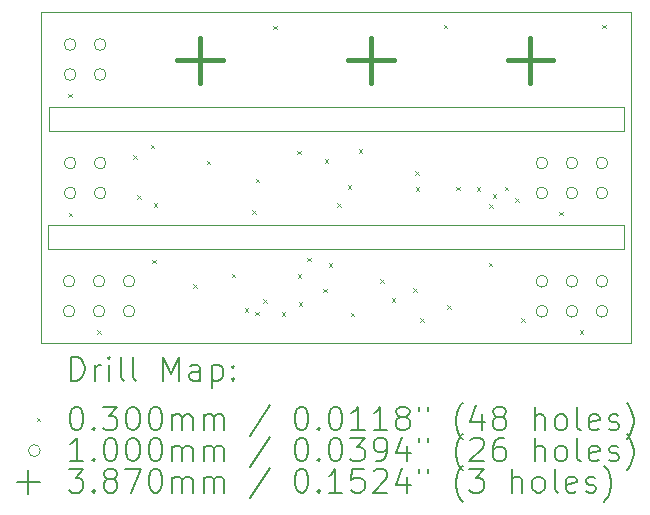
<source format=gbr>
%TF.GenerationSoftware,KiCad,Pcbnew,8.0.6*%
%TF.CreationDate,2024-11-12T19:13:33+01:00*%
%TF.ProjectId,EMG_amplifier,454d475f-616d-4706-9c69-666965722e6b,rev?*%
%TF.SameCoordinates,Original*%
%TF.FileFunction,Drillmap*%
%TF.FilePolarity,Positive*%
%FSLAX45Y45*%
G04 Gerber Fmt 4.5, Leading zero omitted, Abs format (unit mm)*
G04 Created by KiCad (PCBNEW 8.0.6) date 2024-11-12 19:13:33*
%MOMM*%
%LPD*%
G01*
G04 APERTURE LIST*
%ADD10C,0.050000*%
%ADD11C,0.200000*%
%ADD12C,0.100000*%
%ADD13C,0.387000*%
G04 APERTURE END LIST*
D10*
X1200000Y-1200000D02*
X6197140Y-1200000D01*
X6197140Y-4003660D01*
X1200000Y-4003660D01*
X1200000Y-1200000D01*
X1261320Y-3003400D02*
X6139480Y-3003400D01*
X6139480Y-3204060D01*
X1261320Y-3204060D01*
X1261320Y-3003400D01*
X1269620Y-2000100D02*
X6142780Y-2000100D01*
X6142780Y-2200760D01*
X1269620Y-2200760D01*
X1269620Y-2000100D01*
D11*
D12*
X1434880Y-1890000D02*
X1464880Y-1920000D01*
X1464880Y-1890000D02*
X1434880Y-1920000D01*
X1436360Y-2895900D02*
X1466360Y-2925900D01*
X1466360Y-2895900D02*
X1436360Y-2925900D01*
X1678720Y-3892640D02*
X1708720Y-3922640D01*
X1708720Y-3892640D02*
X1678720Y-3922640D01*
X1984540Y-2410220D02*
X2014540Y-2440220D01*
X2014540Y-2410220D02*
X1984540Y-2440220D01*
X2017560Y-2748040D02*
X2047560Y-2778040D01*
X2047560Y-2748040D02*
X2017560Y-2778040D01*
X2134090Y-2319090D02*
X2164090Y-2349090D01*
X2164090Y-2319090D02*
X2134090Y-2349090D01*
X2146920Y-3295080D02*
X2176920Y-3325080D01*
X2176920Y-3295080D02*
X2146920Y-3325080D01*
X2159800Y-2816620D02*
X2189800Y-2846620D01*
X2189800Y-2816620D02*
X2159800Y-2846620D01*
X2492560Y-3503000D02*
X2522560Y-3533000D01*
X2522560Y-3503000D02*
X2492560Y-3533000D01*
X2608360Y-2455000D02*
X2638360Y-2485000D01*
X2638360Y-2455000D02*
X2608360Y-2485000D01*
X2817660Y-3412180D02*
X2847660Y-3442180D01*
X2847660Y-3412180D02*
X2817660Y-3442180D01*
X2928400Y-3707220D02*
X2958400Y-3737220D01*
X2958400Y-3707220D02*
X2928400Y-3737220D01*
X2992920Y-2875040D02*
X3022920Y-2905040D01*
X3022920Y-2875040D02*
X2992920Y-2905040D01*
X3017300Y-3735160D02*
X3047300Y-3765160D01*
X3047300Y-3735160D02*
X3017300Y-3765160D01*
X3019840Y-2609940D02*
X3049840Y-2639940D01*
X3049840Y-2609940D02*
X3019840Y-2639940D01*
X3083340Y-3628480D02*
X3113340Y-3658480D01*
X3113340Y-3628480D02*
X3083340Y-3658480D01*
X3169700Y-1312000D02*
X3199700Y-1342000D01*
X3199700Y-1312000D02*
X3169700Y-1342000D01*
X3240820Y-3741200D02*
X3270820Y-3771200D01*
X3270820Y-3741200D02*
X3240820Y-3771200D01*
X3371210Y-2372000D02*
X3401210Y-2402000D01*
X3401210Y-2372000D02*
X3371210Y-2402000D01*
X3375440Y-3417660D02*
X3405440Y-3447660D01*
X3405440Y-3417660D02*
X3375440Y-3447660D01*
X3385600Y-3653880D02*
X3415600Y-3683880D01*
X3415600Y-3653880D02*
X3385600Y-3683880D01*
X3459260Y-3277560D02*
X3489260Y-3307560D01*
X3489260Y-3277560D02*
X3459260Y-3307560D01*
X3593880Y-3539580D02*
X3623880Y-3569580D01*
X3623880Y-3539580D02*
X3593880Y-3569580D01*
X3605000Y-2445000D02*
X3635000Y-2475000D01*
X3635000Y-2445000D02*
X3605000Y-2475000D01*
X3640536Y-3324000D02*
X3670536Y-3354000D01*
X3670536Y-3324000D02*
X3640536Y-3354000D01*
X3710000Y-2818000D02*
X3740000Y-2848000D01*
X3740000Y-2818000D02*
X3710000Y-2848000D01*
X3800000Y-2665000D02*
X3830000Y-2695000D01*
X3830000Y-2665000D02*
X3800000Y-2695000D01*
X3824000Y-3742780D02*
X3854000Y-3772780D01*
X3854000Y-3742780D02*
X3824000Y-3772780D01*
X3895000Y-2360000D02*
X3925000Y-2390000D01*
X3925000Y-2360000D02*
X3895000Y-2390000D01*
X4075000Y-3459000D02*
X4105000Y-3489000D01*
X4105000Y-3459000D02*
X4075000Y-3489000D01*
X4173442Y-3622442D02*
X4203442Y-3652442D01*
X4203442Y-3622442D02*
X4173442Y-3652442D01*
X4353000Y-3535000D02*
X4383000Y-3565000D01*
X4383000Y-3535000D02*
X4353000Y-3565000D01*
X4373660Y-2543660D02*
X4403660Y-2573660D01*
X4403660Y-2543660D02*
X4373660Y-2573660D01*
X4375217Y-2680100D02*
X4405217Y-2710100D01*
X4405217Y-2680100D02*
X4375217Y-2710100D01*
X4414000Y-3789000D02*
X4444000Y-3819000D01*
X4444000Y-3789000D02*
X4414000Y-3819000D01*
X4611920Y-1305080D02*
X4641920Y-1335080D01*
X4641920Y-1305080D02*
X4611920Y-1335080D01*
X4643000Y-3681000D02*
X4673000Y-3711000D01*
X4673000Y-3681000D02*
X4643000Y-3711000D01*
X4717544Y-2677457D02*
X4747544Y-2707457D01*
X4747544Y-2677457D02*
X4717544Y-2707457D01*
X4894360Y-2678520D02*
X4924360Y-2708520D01*
X4924360Y-2678520D02*
X4894360Y-2708520D01*
X4995000Y-3320000D02*
X5025000Y-3350000D01*
X5025000Y-3320000D02*
X4995000Y-3350000D01*
X4997000Y-2826000D02*
X5027000Y-2856000D01*
X5027000Y-2826000D02*
X4997000Y-2856000D01*
X5026440Y-2739480D02*
X5056440Y-2769480D01*
X5056440Y-2739480D02*
X5026440Y-2769480D01*
X5128040Y-2675980D02*
X5158040Y-2705980D01*
X5158040Y-2675980D02*
X5128040Y-2705980D01*
X5219480Y-2772500D02*
X5249480Y-2802500D01*
X5249480Y-2772500D02*
X5219480Y-2802500D01*
X5269000Y-3789000D02*
X5299000Y-3819000D01*
X5299000Y-3789000D02*
X5269000Y-3819000D01*
X5593000Y-2887000D02*
X5623000Y-2917000D01*
X5623000Y-2887000D02*
X5593000Y-2917000D01*
X5766080Y-3892440D02*
X5796080Y-3922440D01*
X5796080Y-3892440D02*
X5766080Y-3922440D01*
X5956920Y-1305080D02*
X5986920Y-1335080D01*
X5986920Y-1305080D02*
X5956920Y-1335080D01*
X1490740Y-3476480D02*
G75*
G02*
X1390740Y-3476480I-50000J0D01*
G01*
X1390740Y-3476480D02*
G75*
G02*
X1490740Y-3476480I50000J0D01*
G01*
X1490740Y-3730480D02*
G75*
G02*
X1390740Y-3730480I-50000J0D01*
G01*
X1390740Y-3730480D02*
G75*
G02*
X1490740Y-3730480I50000J0D01*
G01*
X1499880Y-1471500D02*
G75*
G02*
X1399880Y-1471500I-50000J0D01*
G01*
X1399880Y-1471500D02*
G75*
G02*
X1499880Y-1471500I50000J0D01*
G01*
X1499880Y-1725500D02*
G75*
G02*
X1399880Y-1725500I-50000J0D01*
G01*
X1399880Y-1725500D02*
G75*
G02*
X1499880Y-1725500I50000J0D01*
G01*
X1499880Y-2475460D02*
G75*
G02*
X1399880Y-2475460I-50000J0D01*
G01*
X1399880Y-2475460D02*
G75*
G02*
X1499880Y-2475460I50000J0D01*
G01*
X1499880Y-2729460D02*
G75*
G02*
X1399880Y-2729460I-50000J0D01*
G01*
X1399880Y-2729460D02*
G75*
G02*
X1499880Y-2729460I50000J0D01*
G01*
X1744740Y-3476480D02*
G75*
G02*
X1644740Y-3476480I-50000J0D01*
G01*
X1644740Y-3476480D02*
G75*
G02*
X1744740Y-3476480I50000J0D01*
G01*
X1744740Y-3730480D02*
G75*
G02*
X1644740Y-3730480I-50000J0D01*
G01*
X1644740Y-3730480D02*
G75*
G02*
X1744740Y-3730480I50000J0D01*
G01*
X1753880Y-1471500D02*
G75*
G02*
X1653880Y-1471500I-50000J0D01*
G01*
X1653880Y-1471500D02*
G75*
G02*
X1753880Y-1471500I50000J0D01*
G01*
X1753880Y-1725500D02*
G75*
G02*
X1653880Y-1725500I-50000J0D01*
G01*
X1653880Y-1725500D02*
G75*
G02*
X1753880Y-1725500I50000J0D01*
G01*
X1753880Y-2475460D02*
G75*
G02*
X1653880Y-2475460I-50000J0D01*
G01*
X1653880Y-2475460D02*
G75*
G02*
X1753880Y-2475460I50000J0D01*
G01*
X1753880Y-2729460D02*
G75*
G02*
X1653880Y-2729460I-50000J0D01*
G01*
X1653880Y-2729460D02*
G75*
G02*
X1753880Y-2729460I50000J0D01*
G01*
X1998740Y-3476480D02*
G75*
G02*
X1898740Y-3476480I-50000J0D01*
G01*
X1898740Y-3476480D02*
G75*
G02*
X1998740Y-3476480I50000J0D01*
G01*
X1998740Y-3730480D02*
G75*
G02*
X1898740Y-3730480I-50000J0D01*
G01*
X1898740Y-3730480D02*
G75*
G02*
X1998740Y-3730480I50000J0D01*
G01*
X5494800Y-2475460D02*
G75*
G02*
X5394800Y-2475460I-50000J0D01*
G01*
X5394800Y-2475460D02*
G75*
G02*
X5494800Y-2475460I50000J0D01*
G01*
X5494800Y-2729460D02*
G75*
G02*
X5394800Y-2729460I-50000J0D01*
G01*
X5394800Y-2729460D02*
G75*
G02*
X5494800Y-2729460I50000J0D01*
G01*
X5494800Y-3476940D02*
G75*
G02*
X5394800Y-3476940I-50000J0D01*
G01*
X5394800Y-3476940D02*
G75*
G02*
X5494800Y-3476940I50000J0D01*
G01*
X5494800Y-3730940D02*
G75*
G02*
X5394800Y-3730940I-50000J0D01*
G01*
X5394800Y-3730940D02*
G75*
G02*
X5494800Y-3730940I50000J0D01*
G01*
X5748800Y-2475460D02*
G75*
G02*
X5648800Y-2475460I-50000J0D01*
G01*
X5648800Y-2475460D02*
G75*
G02*
X5748800Y-2475460I50000J0D01*
G01*
X5748800Y-2729460D02*
G75*
G02*
X5648800Y-2729460I-50000J0D01*
G01*
X5648800Y-2729460D02*
G75*
G02*
X5748800Y-2729460I50000J0D01*
G01*
X5748800Y-3476940D02*
G75*
G02*
X5648800Y-3476940I-50000J0D01*
G01*
X5648800Y-3476940D02*
G75*
G02*
X5748800Y-3476940I50000J0D01*
G01*
X5748800Y-3730940D02*
G75*
G02*
X5648800Y-3730940I-50000J0D01*
G01*
X5648800Y-3730940D02*
G75*
G02*
X5748800Y-3730940I50000J0D01*
G01*
X6002800Y-2475460D02*
G75*
G02*
X5902800Y-2475460I-50000J0D01*
G01*
X5902800Y-2475460D02*
G75*
G02*
X6002800Y-2475460I50000J0D01*
G01*
X6002800Y-2729460D02*
G75*
G02*
X5902800Y-2729460I-50000J0D01*
G01*
X5902800Y-2729460D02*
G75*
G02*
X6002800Y-2729460I50000J0D01*
G01*
X6002800Y-3476940D02*
G75*
G02*
X5902800Y-3476940I-50000J0D01*
G01*
X5902800Y-3476940D02*
G75*
G02*
X6002800Y-3476940I50000J0D01*
G01*
X6002800Y-3730940D02*
G75*
G02*
X5902800Y-3730940I-50000J0D01*
G01*
X5902800Y-3730940D02*
G75*
G02*
X6002800Y-3730940I50000J0D01*
G01*
D13*
X2546920Y-1413220D02*
X2546920Y-1800220D01*
X2353420Y-1606720D02*
X2740420Y-1606720D01*
X4000040Y-1413220D02*
X4000040Y-1800220D01*
X3806540Y-1606720D02*
X4193540Y-1606720D01*
X5346920Y-1413220D02*
X5346920Y-1800220D01*
X5153420Y-1606720D02*
X5540420Y-1606720D01*
D11*
X1458277Y-4317644D02*
X1458277Y-4117644D01*
X1458277Y-4117644D02*
X1505896Y-4117644D01*
X1505896Y-4117644D02*
X1534467Y-4127168D01*
X1534467Y-4127168D02*
X1553515Y-4146215D01*
X1553515Y-4146215D02*
X1563039Y-4165263D01*
X1563039Y-4165263D02*
X1572562Y-4203358D01*
X1572562Y-4203358D02*
X1572562Y-4231930D01*
X1572562Y-4231930D02*
X1563039Y-4270025D01*
X1563039Y-4270025D02*
X1553515Y-4289072D01*
X1553515Y-4289072D02*
X1534467Y-4308120D01*
X1534467Y-4308120D02*
X1505896Y-4317644D01*
X1505896Y-4317644D02*
X1458277Y-4317644D01*
X1658277Y-4317644D02*
X1658277Y-4184310D01*
X1658277Y-4222406D02*
X1667801Y-4203358D01*
X1667801Y-4203358D02*
X1677324Y-4193834D01*
X1677324Y-4193834D02*
X1696372Y-4184310D01*
X1696372Y-4184310D02*
X1715420Y-4184310D01*
X1782086Y-4317644D02*
X1782086Y-4184310D01*
X1782086Y-4117644D02*
X1772562Y-4127168D01*
X1772562Y-4127168D02*
X1782086Y-4136691D01*
X1782086Y-4136691D02*
X1791610Y-4127168D01*
X1791610Y-4127168D02*
X1782086Y-4117644D01*
X1782086Y-4117644D02*
X1782086Y-4136691D01*
X1905896Y-4317644D02*
X1886848Y-4308120D01*
X1886848Y-4308120D02*
X1877324Y-4289072D01*
X1877324Y-4289072D02*
X1877324Y-4117644D01*
X2010658Y-4317644D02*
X1991610Y-4308120D01*
X1991610Y-4308120D02*
X1982086Y-4289072D01*
X1982086Y-4289072D02*
X1982086Y-4117644D01*
X2239229Y-4317644D02*
X2239229Y-4117644D01*
X2239229Y-4117644D02*
X2305896Y-4260501D01*
X2305896Y-4260501D02*
X2372563Y-4117644D01*
X2372563Y-4117644D02*
X2372563Y-4317644D01*
X2553515Y-4317644D02*
X2553515Y-4212882D01*
X2553515Y-4212882D02*
X2543991Y-4193834D01*
X2543991Y-4193834D02*
X2524944Y-4184310D01*
X2524944Y-4184310D02*
X2486848Y-4184310D01*
X2486848Y-4184310D02*
X2467801Y-4193834D01*
X2553515Y-4308120D02*
X2534467Y-4317644D01*
X2534467Y-4317644D02*
X2486848Y-4317644D01*
X2486848Y-4317644D02*
X2467801Y-4308120D01*
X2467801Y-4308120D02*
X2458277Y-4289072D01*
X2458277Y-4289072D02*
X2458277Y-4270025D01*
X2458277Y-4270025D02*
X2467801Y-4250977D01*
X2467801Y-4250977D02*
X2486848Y-4241453D01*
X2486848Y-4241453D02*
X2534467Y-4241453D01*
X2534467Y-4241453D02*
X2553515Y-4231930D01*
X2648753Y-4184310D02*
X2648753Y-4384310D01*
X2648753Y-4193834D02*
X2667801Y-4184310D01*
X2667801Y-4184310D02*
X2705896Y-4184310D01*
X2705896Y-4184310D02*
X2724944Y-4193834D01*
X2724944Y-4193834D02*
X2734467Y-4203358D01*
X2734467Y-4203358D02*
X2743991Y-4222406D01*
X2743991Y-4222406D02*
X2743991Y-4279549D01*
X2743991Y-4279549D02*
X2734467Y-4298596D01*
X2734467Y-4298596D02*
X2724944Y-4308120D01*
X2724944Y-4308120D02*
X2705896Y-4317644D01*
X2705896Y-4317644D02*
X2667801Y-4317644D01*
X2667801Y-4317644D02*
X2648753Y-4308120D01*
X2829705Y-4298596D02*
X2839229Y-4308120D01*
X2839229Y-4308120D02*
X2829705Y-4317644D01*
X2829705Y-4317644D02*
X2820182Y-4308120D01*
X2820182Y-4308120D02*
X2829705Y-4298596D01*
X2829705Y-4298596D02*
X2829705Y-4317644D01*
X2829705Y-4193834D02*
X2839229Y-4203358D01*
X2839229Y-4203358D02*
X2829705Y-4212882D01*
X2829705Y-4212882D02*
X2820182Y-4203358D01*
X2820182Y-4203358D02*
X2829705Y-4193834D01*
X2829705Y-4193834D02*
X2829705Y-4212882D01*
D12*
X1167500Y-4631160D02*
X1197500Y-4661160D01*
X1197500Y-4631160D02*
X1167500Y-4661160D01*
D11*
X1496372Y-4537644D02*
X1515420Y-4537644D01*
X1515420Y-4537644D02*
X1534467Y-4547168D01*
X1534467Y-4547168D02*
X1543991Y-4556691D01*
X1543991Y-4556691D02*
X1553515Y-4575739D01*
X1553515Y-4575739D02*
X1563039Y-4613834D01*
X1563039Y-4613834D02*
X1563039Y-4661453D01*
X1563039Y-4661453D02*
X1553515Y-4699549D01*
X1553515Y-4699549D02*
X1543991Y-4718596D01*
X1543991Y-4718596D02*
X1534467Y-4728120D01*
X1534467Y-4728120D02*
X1515420Y-4737644D01*
X1515420Y-4737644D02*
X1496372Y-4737644D01*
X1496372Y-4737644D02*
X1477324Y-4728120D01*
X1477324Y-4728120D02*
X1467801Y-4718596D01*
X1467801Y-4718596D02*
X1458277Y-4699549D01*
X1458277Y-4699549D02*
X1448753Y-4661453D01*
X1448753Y-4661453D02*
X1448753Y-4613834D01*
X1448753Y-4613834D02*
X1458277Y-4575739D01*
X1458277Y-4575739D02*
X1467801Y-4556691D01*
X1467801Y-4556691D02*
X1477324Y-4547168D01*
X1477324Y-4547168D02*
X1496372Y-4537644D01*
X1648753Y-4718596D02*
X1658277Y-4728120D01*
X1658277Y-4728120D02*
X1648753Y-4737644D01*
X1648753Y-4737644D02*
X1639229Y-4728120D01*
X1639229Y-4728120D02*
X1648753Y-4718596D01*
X1648753Y-4718596D02*
X1648753Y-4737644D01*
X1724943Y-4537644D02*
X1848753Y-4537644D01*
X1848753Y-4537644D02*
X1782086Y-4613834D01*
X1782086Y-4613834D02*
X1810658Y-4613834D01*
X1810658Y-4613834D02*
X1829705Y-4623358D01*
X1829705Y-4623358D02*
X1839229Y-4632882D01*
X1839229Y-4632882D02*
X1848753Y-4651930D01*
X1848753Y-4651930D02*
X1848753Y-4699549D01*
X1848753Y-4699549D02*
X1839229Y-4718596D01*
X1839229Y-4718596D02*
X1829705Y-4728120D01*
X1829705Y-4728120D02*
X1810658Y-4737644D01*
X1810658Y-4737644D02*
X1753515Y-4737644D01*
X1753515Y-4737644D02*
X1734467Y-4728120D01*
X1734467Y-4728120D02*
X1724943Y-4718596D01*
X1972562Y-4537644D02*
X1991610Y-4537644D01*
X1991610Y-4537644D02*
X2010658Y-4547168D01*
X2010658Y-4547168D02*
X2020182Y-4556691D01*
X2020182Y-4556691D02*
X2029705Y-4575739D01*
X2029705Y-4575739D02*
X2039229Y-4613834D01*
X2039229Y-4613834D02*
X2039229Y-4661453D01*
X2039229Y-4661453D02*
X2029705Y-4699549D01*
X2029705Y-4699549D02*
X2020182Y-4718596D01*
X2020182Y-4718596D02*
X2010658Y-4728120D01*
X2010658Y-4728120D02*
X1991610Y-4737644D01*
X1991610Y-4737644D02*
X1972562Y-4737644D01*
X1972562Y-4737644D02*
X1953515Y-4728120D01*
X1953515Y-4728120D02*
X1943991Y-4718596D01*
X1943991Y-4718596D02*
X1934467Y-4699549D01*
X1934467Y-4699549D02*
X1924943Y-4661453D01*
X1924943Y-4661453D02*
X1924943Y-4613834D01*
X1924943Y-4613834D02*
X1934467Y-4575739D01*
X1934467Y-4575739D02*
X1943991Y-4556691D01*
X1943991Y-4556691D02*
X1953515Y-4547168D01*
X1953515Y-4547168D02*
X1972562Y-4537644D01*
X2163039Y-4537644D02*
X2182086Y-4537644D01*
X2182086Y-4537644D02*
X2201134Y-4547168D01*
X2201134Y-4547168D02*
X2210658Y-4556691D01*
X2210658Y-4556691D02*
X2220182Y-4575739D01*
X2220182Y-4575739D02*
X2229705Y-4613834D01*
X2229705Y-4613834D02*
X2229705Y-4661453D01*
X2229705Y-4661453D02*
X2220182Y-4699549D01*
X2220182Y-4699549D02*
X2210658Y-4718596D01*
X2210658Y-4718596D02*
X2201134Y-4728120D01*
X2201134Y-4728120D02*
X2182086Y-4737644D01*
X2182086Y-4737644D02*
X2163039Y-4737644D01*
X2163039Y-4737644D02*
X2143991Y-4728120D01*
X2143991Y-4728120D02*
X2134467Y-4718596D01*
X2134467Y-4718596D02*
X2124944Y-4699549D01*
X2124944Y-4699549D02*
X2115420Y-4661453D01*
X2115420Y-4661453D02*
X2115420Y-4613834D01*
X2115420Y-4613834D02*
X2124944Y-4575739D01*
X2124944Y-4575739D02*
X2134467Y-4556691D01*
X2134467Y-4556691D02*
X2143991Y-4547168D01*
X2143991Y-4547168D02*
X2163039Y-4537644D01*
X2315420Y-4737644D02*
X2315420Y-4604310D01*
X2315420Y-4623358D02*
X2324944Y-4613834D01*
X2324944Y-4613834D02*
X2343991Y-4604310D01*
X2343991Y-4604310D02*
X2372563Y-4604310D01*
X2372563Y-4604310D02*
X2391610Y-4613834D01*
X2391610Y-4613834D02*
X2401134Y-4632882D01*
X2401134Y-4632882D02*
X2401134Y-4737644D01*
X2401134Y-4632882D02*
X2410658Y-4613834D01*
X2410658Y-4613834D02*
X2429705Y-4604310D01*
X2429705Y-4604310D02*
X2458277Y-4604310D01*
X2458277Y-4604310D02*
X2477325Y-4613834D01*
X2477325Y-4613834D02*
X2486848Y-4632882D01*
X2486848Y-4632882D02*
X2486848Y-4737644D01*
X2582086Y-4737644D02*
X2582086Y-4604310D01*
X2582086Y-4623358D02*
X2591610Y-4613834D01*
X2591610Y-4613834D02*
X2610658Y-4604310D01*
X2610658Y-4604310D02*
X2639229Y-4604310D01*
X2639229Y-4604310D02*
X2658277Y-4613834D01*
X2658277Y-4613834D02*
X2667801Y-4632882D01*
X2667801Y-4632882D02*
X2667801Y-4737644D01*
X2667801Y-4632882D02*
X2677325Y-4613834D01*
X2677325Y-4613834D02*
X2696372Y-4604310D01*
X2696372Y-4604310D02*
X2724944Y-4604310D01*
X2724944Y-4604310D02*
X2743991Y-4613834D01*
X2743991Y-4613834D02*
X2753515Y-4632882D01*
X2753515Y-4632882D02*
X2753515Y-4737644D01*
X3143991Y-4528120D02*
X2972563Y-4785263D01*
X3401134Y-4537644D02*
X3420182Y-4537644D01*
X3420182Y-4537644D02*
X3439229Y-4547168D01*
X3439229Y-4547168D02*
X3448753Y-4556691D01*
X3448753Y-4556691D02*
X3458277Y-4575739D01*
X3458277Y-4575739D02*
X3467801Y-4613834D01*
X3467801Y-4613834D02*
X3467801Y-4661453D01*
X3467801Y-4661453D02*
X3458277Y-4699549D01*
X3458277Y-4699549D02*
X3448753Y-4718596D01*
X3448753Y-4718596D02*
X3439229Y-4728120D01*
X3439229Y-4728120D02*
X3420182Y-4737644D01*
X3420182Y-4737644D02*
X3401134Y-4737644D01*
X3401134Y-4737644D02*
X3382086Y-4728120D01*
X3382086Y-4728120D02*
X3372563Y-4718596D01*
X3372563Y-4718596D02*
X3363039Y-4699549D01*
X3363039Y-4699549D02*
X3353515Y-4661453D01*
X3353515Y-4661453D02*
X3353515Y-4613834D01*
X3353515Y-4613834D02*
X3363039Y-4575739D01*
X3363039Y-4575739D02*
X3372563Y-4556691D01*
X3372563Y-4556691D02*
X3382086Y-4547168D01*
X3382086Y-4547168D02*
X3401134Y-4537644D01*
X3553515Y-4718596D02*
X3563039Y-4728120D01*
X3563039Y-4728120D02*
X3553515Y-4737644D01*
X3553515Y-4737644D02*
X3543991Y-4728120D01*
X3543991Y-4728120D02*
X3553515Y-4718596D01*
X3553515Y-4718596D02*
X3553515Y-4737644D01*
X3686848Y-4537644D02*
X3705896Y-4537644D01*
X3705896Y-4537644D02*
X3724944Y-4547168D01*
X3724944Y-4547168D02*
X3734467Y-4556691D01*
X3734467Y-4556691D02*
X3743991Y-4575739D01*
X3743991Y-4575739D02*
X3753515Y-4613834D01*
X3753515Y-4613834D02*
X3753515Y-4661453D01*
X3753515Y-4661453D02*
X3743991Y-4699549D01*
X3743991Y-4699549D02*
X3734467Y-4718596D01*
X3734467Y-4718596D02*
X3724944Y-4728120D01*
X3724944Y-4728120D02*
X3705896Y-4737644D01*
X3705896Y-4737644D02*
X3686848Y-4737644D01*
X3686848Y-4737644D02*
X3667801Y-4728120D01*
X3667801Y-4728120D02*
X3658277Y-4718596D01*
X3658277Y-4718596D02*
X3648753Y-4699549D01*
X3648753Y-4699549D02*
X3639229Y-4661453D01*
X3639229Y-4661453D02*
X3639229Y-4613834D01*
X3639229Y-4613834D02*
X3648753Y-4575739D01*
X3648753Y-4575739D02*
X3658277Y-4556691D01*
X3658277Y-4556691D02*
X3667801Y-4547168D01*
X3667801Y-4547168D02*
X3686848Y-4537644D01*
X3943991Y-4737644D02*
X3829706Y-4737644D01*
X3886848Y-4737644D02*
X3886848Y-4537644D01*
X3886848Y-4537644D02*
X3867801Y-4566215D01*
X3867801Y-4566215D02*
X3848753Y-4585263D01*
X3848753Y-4585263D02*
X3829706Y-4594787D01*
X4134467Y-4737644D02*
X4020182Y-4737644D01*
X4077325Y-4737644D02*
X4077325Y-4537644D01*
X4077325Y-4537644D02*
X4058277Y-4566215D01*
X4058277Y-4566215D02*
X4039229Y-4585263D01*
X4039229Y-4585263D02*
X4020182Y-4594787D01*
X4248753Y-4623358D02*
X4229706Y-4613834D01*
X4229706Y-4613834D02*
X4220182Y-4604310D01*
X4220182Y-4604310D02*
X4210658Y-4585263D01*
X4210658Y-4585263D02*
X4210658Y-4575739D01*
X4210658Y-4575739D02*
X4220182Y-4556691D01*
X4220182Y-4556691D02*
X4229706Y-4547168D01*
X4229706Y-4547168D02*
X4248753Y-4537644D01*
X4248753Y-4537644D02*
X4286849Y-4537644D01*
X4286849Y-4537644D02*
X4305896Y-4547168D01*
X4305896Y-4547168D02*
X4315420Y-4556691D01*
X4315420Y-4556691D02*
X4324944Y-4575739D01*
X4324944Y-4575739D02*
X4324944Y-4585263D01*
X4324944Y-4585263D02*
X4315420Y-4604310D01*
X4315420Y-4604310D02*
X4305896Y-4613834D01*
X4305896Y-4613834D02*
X4286849Y-4623358D01*
X4286849Y-4623358D02*
X4248753Y-4623358D01*
X4248753Y-4623358D02*
X4229706Y-4632882D01*
X4229706Y-4632882D02*
X4220182Y-4642406D01*
X4220182Y-4642406D02*
X4210658Y-4661453D01*
X4210658Y-4661453D02*
X4210658Y-4699549D01*
X4210658Y-4699549D02*
X4220182Y-4718596D01*
X4220182Y-4718596D02*
X4229706Y-4728120D01*
X4229706Y-4728120D02*
X4248753Y-4737644D01*
X4248753Y-4737644D02*
X4286849Y-4737644D01*
X4286849Y-4737644D02*
X4305896Y-4728120D01*
X4305896Y-4728120D02*
X4315420Y-4718596D01*
X4315420Y-4718596D02*
X4324944Y-4699549D01*
X4324944Y-4699549D02*
X4324944Y-4661453D01*
X4324944Y-4661453D02*
X4315420Y-4642406D01*
X4315420Y-4642406D02*
X4305896Y-4632882D01*
X4305896Y-4632882D02*
X4286849Y-4623358D01*
X4401134Y-4537644D02*
X4401134Y-4575739D01*
X4477325Y-4537644D02*
X4477325Y-4575739D01*
X4772563Y-4813834D02*
X4763039Y-4804310D01*
X4763039Y-4804310D02*
X4743991Y-4775739D01*
X4743991Y-4775739D02*
X4734468Y-4756691D01*
X4734468Y-4756691D02*
X4724944Y-4728120D01*
X4724944Y-4728120D02*
X4715420Y-4680501D01*
X4715420Y-4680501D02*
X4715420Y-4642406D01*
X4715420Y-4642406D02*
X4724944Y-4594787D01*
X4724944Y-4594787D02*
X4734468Y-4566215D01*
X4734468Y-4566215D02*
X4743991Y-4547168D01*
X4743991Y-4547168D02*
X4763039Y-4518596D01*
X4763039Y-4518596D02*
X4772563Y-4509072D01*
X4934468Y-4604310D02*
X4934468Y-4737644D01*
X4886849Y-4528120D02*
X4839230Y-4670977D01*
X4839230Y-4670977D02*
X4963039Y-4670977D01*
X5067801Y-4623358D02*
X5048753Y-4613834D01*
X5048753Y-4613834D02*
X5039230Y-4604310D01*
X5039230Y-4604310D02*
X5029706Y-4585263D01*
X5029706Y-4585263D02*
X5029706Y-4575739D01*
X5029706Y-4575739D02*
X5039230Y-4556691D01*
X5039230Y-4556691D02*
X5048753Y-4547168D01*
X5048753Y-4547168D02*
X5067801Y-4537644D01*
X5067801Y-4537644D02*
X5105896Y-4537644D01*
X5105896Y-4537644D02*
X5124944Y-4547168D01*
X5124944Y-4547168D02*
X5134468Y-4556691D01*
X5134468Y-4556691D02*
X5143991Y-4575739D01*
X5143991Y-4575739D02*
X5143991Y-4585263D01*
X5143991Y-4585263D02*
X5134468Y-4604310D01*
X5134468Y-4604310D02*
X5124944Y-4613834D01*
X5124944Y-4613834D02*
X5105896Y-4623358D01*
X5105896Y-4623358D02*
X5067801Y-4623358D01*
X5067801Y-4623358D02*
X5048753Y-4632882D01*
X5048753Y-4632882D02*
X5039230Y-4642406D01*
X5039230Y-4642406D02*
X5029706Y-4661453D01*
X5029706Y-4661453D02*
X5029706Y-4699549D01*
X5029706Y-4699549D02*
X5039230Y-4718596D01*
X5039230Y-4718596D02*
X5048753Y-4728120D01*
X5048753Y-4728120D02*
X5067801Y-4737644D01*
X5067801Y-4737644D02*
X5105896Y-4737644D01*
X5105896Y-4737644D02*
X5124944Y-4728120D01*
X5124944Y-4728120D02*
X5134468Y-4718596D01*
X5134468Y-4718596D02*
X5143991Y-4699549D01*
X5143991Y-4699549D02*
X5143991Y-4661453D01*
X5143991Y-4661453D02*
X5134468Y-4642406D01*
X5134468Y-4642406D02*
X5124944Y-4632882D01*
X5124944Y-4632882D02*
X5105896Y-4623358D01*
X5382087Y-4737644D02*
X5382087Y-4537644D01*
X5467801Y-4737644D02*
X5467801Y-4632882D01*
X5467801Y-4632882D02*
X5458277Y-4613834D01*
X5458277Y-4613834D02*
X5439230Y-4604310D01*
X5439230Y-4604310D02*
X5410658Y-4604310D01*
X5410658Y-4604310D02*
X5391611Y-4613834D01*
X5391611Y-4613834D02*
X5382087Y-4623358D01*
X5591611Y-4737644D02*
X5572563Y-4728120D01*
X5572563Y-4728120D02*
X5563039Y-4718596D01*
X5563039Y-4718596D02*
X5553515Y-4699549D01*
X5553515Y-4699549D02*
X5553515Y-4642406D01*
X5553515Y-4642406D02*
X5563039Y-4623358D01*
X5563039Y-4623358D02*
X5572563Y-4613834D01*
X5572563Y-4613834D02*
X5591611Y-4604310D01*
X5591611Y-4604310D02*
X5620182Y-4604310D01*
X5620182Y-4604310D02*
X5639230Y-4613834D01*
X5639230Y-4613834D02*
X5648753Y-4623358D01*
X5648753Y-4623358D02*
X5658277Y-4642406D01*
X5658277Y-4642406D02*
X5658277Y-4699549D01*
X5658277Y-4699549D02*
X5648753Y-4718596D01*
X5648753Y-4718596D02*
X5639230Y-4728120D01*
X5639230Y-4728120D02*
X5620182Y-4737644D01*
X5620182Y-4737644D02*
X5591611Y-4737644D01*
X5772563Y-4737644D02*
X5753515Y-4728120D01*
X5753515Y-4728120D02*
X5743991Y-4709072D01*
X5743991Y-4709072D02*
X5743991Y-4537644D01*
X5924944Y-4728120D02*
X5905896Y-4737644D01*
X5905896Y-4737644D02*
X5867801Y-4737644D01*
X5867801Y-4737644D02*
X5848753Y-4728120D01*
X5848753Y-4728120D02*
X5839230Y-4709072D01*
X5839230Y-4709072D02*
X5839230Y-4632882D01*
X5839230Y-4632882D02*
X5848753Y-4613834D01*
X5848753Y-4613834D02*
X5867801Y-4604310D01*
X5867801Y-4604310D02*
X5905896Y-4604310D01*
X5905896Y-4604310D02*
X5924944Y-4613834D01*
X5924944Y-4613834D02*
X5934468Y-4632882D01*
X5934468Y-4632882D02*
X5934468Y-4651930D01*
X5934468Y-4651930D02*
X5839230Y-4670977D01*
X6010658Y-4728120D02*
X6029706Y-4737644D01*
X6029706Y-4737644D02*
X6067801Y-4737644D01*
X6067801Y-4737644D02*
X6086849Y-4728120D01*
X6086849Y-4728120D02*
X6096372Y-4709072D01*
X6096372Y-4709072D02*
X6096372Y-4699549D01*
X6096372Y-4699549D02*
X6086849Y-4680501D01*
X6086849Y-4680501D02*
X6067801Y-4670977D01*
X6067801Y-4670977D02*
X6039230Y-4670977D01*
X6039230Y-4670977D02*
X6020182Y-4661453D01*
X6020182Y-4661453D02*
X6010658Y-4642406D01*
X6010658Y-4642406D02*
X6010658Y-4632882D01*
X6010658Y-4632882D02*
X6020182Y-4613834D01*
X6020182Y-4613834D02*
X6039230Y-4604310D01*
X6039230Y-4604310D02*
X6067801Y-4604310D01*
X6067801Y-4604310D02*
X6086849Y-4613834D01*
X6163039Y-4813834D02*
X6172563Y-4804310D01*
X6172563Y-4804310D02*
X6191611Y-4775739D01*
X6191611Y-4775739D02*
X6201134Y-4756691D01*
X6201134Y-4756691D02*
X6210658Y-4728120D01*
X6210658Y-4728120D02*
X6220182Y-4680501D01*
X6220182Y-4680501D02*
X6220182Y-4642406D01*
X6220182Y-4642406D02*
X6210658Y-4594787D01*
X6210658Y-4594787D02*
X6201134Y-4566215D01*
X6201134Y-4566215D02*
X6191611Y-4547168D01*
X6191611Y-4547168D02*
X6172563Y-4518596D01*
X6172563Y-4518596D02*
X6163039Y-4509072D01*
D12*
X1197500Y-4910160D02*
G75*
G02*
X1097500Y-4910160I-50000J0D01*
G01*
X1097500Y-4910160D02*
G75*
G02*
X1197500Y-4910160I50000J0D01*
G01*
D11*
X1563039Y-5001644D02*
X1448753Y-5001644D01*
X1505896Y-5001644D02*
X1505896Y-4801644D01*
X1505896Y-4801644D02*
X1486848Y-4830215D01*
X1486848Y-4830215D02*
X1467801Y-4849263D01*
X1467801Y-4849263D02*
X1448753Y-4858787D01*
X1648753Y-4982596D02*
X1658277Y-4992120D01*
X1658277Y-4992120D02*
X1648753Y-5001644D01*
X1648753Y-5001644D02*
X1639229Y-4992120D01*
X1639229Y-4992120D02*
X1648753Y-4982596D01*
X1648753Y-4982596D02*
X1648753Y-5001644D01*
X1782086Y-4801644D02*
X1801134Y-4801644D01*
X1801134Y-4801644D02*
X1820182Y-4811168D01*
X1820182Y-4811168D02*
X1829705Y-4820691D01*
X1829705Y-4820691D02*
X1839229Y-4839739D01*
X1839229Y-4839739D02*
X1848753Y-4877834D01*
X1848753Y-4877834D02*
X1848753Y-4925453D01*
X1848753Y-4925453D02*
X1839229Y-4963549D01*
X1839229Y-4963549D02*
X1829705Y-4982596D01*
X1829705Y-4982596D02*
X1820182Y-4992120D01*
X1820182Y-4992120D02*
X1801134Y-5001644D01*
X1801134Y-5001644D02*
X1782086Y-5001644D01*
X1782086Y-5001644D02*
X1763039Y-4992120D01*
X1763039Y-4992120D02*
X1753515Y-4982596D01*
X1753515Y-4982596D02*
X1743991Y-4963549D01*
X1743991Y-4963549D02*
X1734467Y-4925453D01*
X1734467Y-4925453D02*
X1734467Y-4877834D01*
X1734467Y-4877834D02*
X1743991Y-4839739D01*
X1743991Y-4839739D02*
X1753515Y-4820691D01*
X1753515Y-4820691D02*
X1763039Y-4811168D01*
X1763039Y-4811168D02*
X1782086Y-4801644D01*
X1972562Y-4801644D02*
X1991610Y-4801644D01*
X1991610Y-4801644D02*
X2010658Y-4811168D01*
X2010658Y-4811168D02*
X2020182Y-4820691D01*
X2020182Y-4820691D02*
X2029705Y-4839739D01*
X2029705Y-4839739D02*
X2039229Y-4877834D01*
X2039229Y-4877834D02*
X2039229Y-4925453D01*
X2039229Y-4925453D02*
X2029705Y-4963549D01*
X2029705Y-4963549D02*
X2020182Y-4982596D01*
X2020182Y-4982596D02*
X2010658Y-4992120D01*
X2010658Y-4992120D02*
X1991610Y-5001644D01*
X1991610Y-5001644D02*
X1972562Y-5001644D01*
X1972562Y-5001644D02*
X1953515Y-4992120D01*
X1953515Y-4992120D02*
X1943991Y-4982596D01*
X1943991Y-4982596D02*
X1934467Y-4963549D01*
X1934467Y-4963549D02*
X1924943Y-4925453D01*
X1924943Y-4925453D02*
X1924943Y-4877834D01*
X1924943Y-4877834D02*
X1934467Y-4839739D01*
X1934467Y-4839739D02*
X1943991Y-4820691D01*
X1943991Y-4820691D02*
X1953515Y-4811168D01*
X1953515Y-4811168D02*
X1972562Y-4801644D01*
X2163039Y-4801644D02*
X2182086Y-4801644D01*
X2182086Y-4801644D02*
X2201134Y-4811168D01*
X2201134Y-4811168D02*
X2210658Y-4820691D01*
X2210658Y-4820691D02*
X2220182Y-4839739D01*
X2220182Y-4839739D02*
X2229705Y-4877834D01*
X2229705Y-4877834D02*
X2229705Y-4925453D01*
X2229705Y-4925453D02*
X2220182Y-4963549D01*
X2220182Y-4963549D02*
X2210658Y-4982596D01*
X2210658Y-4982596D02*
X2201134Y-4992120D01*
X2201134Y-4992120D02*
X2182086Y-5001644D01*
X2182086Y-5001644D02*
X2163039Y-5001644D01*
X2163039Y-5001644D02*
X2143991Y-4992120D01*
X2143991Y-4992120D02*
X2134467Y-4982596D01*
X2134467Y-4982596D02*
X2124944Y-4963549D01*
X2124944Y-4963549D02*
X2115420Y-4925453D01*
X2115420Y-4925453D02*
X2115420Y-4877834D01*
X2115420Y-4877834D02*
X2124944Y-4839739D01*
X2124944Y-4839739D02*
X2134467Y-4820691D01*
X2134467Y-4820691D02*
X2143991Y-4811168D01*
X2143991Y-4811168D02*
X2163039Y-4801644D01*
X2315420Y-5001644D02*
X2315420Y-4868310D01*
X2315420Y-4887358D02*
X2324944Y-4877834D01*
X2324944Y-4877834D02*
X2343991Y-4868310D01*
X2343991Y-4868310D02*
X2372563Y-4868310D01*
X2372563Y-4868310D02*
X2391610Y-4877834D01*
X2391610Y-4877834D02*
X2401134Y-4896882D01*
X2401134Y-4896882D02*
X2401134Y-5001644D01*
X2401134Y-4896882D02*
X2410658Y-4877834D01*
X2410658Y-4877834D02*
X2429705Y-4868310D01*
X2429705Y-4868310D02*
X2458277Y-4868310D01*
X2458277Y-4868310D02*
X2477325Y-4877834D01*
X2477325Y-4877834D02*
X2486848Y-4896882D01*
X2486848Y-4896882D02*
X2486848Y-5001644D01*
X2582086Y-5001644D02*
X2582086Y-4868310D01*
X2582086Y-4887358D02*
X2591610Y-4877834D01*
X2591610Y-4877834D02*
X2610658Y-4868310D01*
X2610658Y-4868310D02*
X2639229Y-4868310D01*
X2639229Y-4868310D02*
X2658277Y-4877834D01*
X2658277Y-4877834D02*
X2667801Y-4896882D01*
X2667801Y-4896882D02*
X2667801Y-5001644D01*
X2667801Y-4896882D02*
X2677325Y-4877834D01*
X2677325Y-4877834D02*
X2696372Y-4868310D01*
X2696372Y-4868310D02*
X2724944Y-4868310D01*
X2724944Y-4868310D02*
X2743991Y-4877834D01*
X2743991Y-4877834D02*
X2753515Y-4896882D01*
X2753515Y-4896882D02*
X2753515Y-5001644D01*
X3143991Y-4792120D02*
X2972563Y-5049263D01*
X3401134Y-4801644D02*
X3420182Y-4801644D01*
X3420182Y-4801644D02*
X3439229Y-4811168D01*
X3439229Y-4811168D02*
X3448753Y-4820691D01*
X3448753Y-4820691D02*
X3458277Y-4839739D01*
X3458277Y-4839739D02*
X3467801Y-4877834D01*
X3467801Y-4877834D02*
X3467801Y-4925453D01*
X3467801Y-4925453D02*
X3458277Y-4963549D01*
X3458277Y-4963549D02*
X3448753Y-4982596D01*
X3448753Y-4982596D02*
X3439229Y-4992120D01*
X3439229Y-4992120D02*
X3420182Y-5001644D01*
X3420182Y-5001644D02*
X3401134Y-5001644D01*
X3401134Y-5001644D02*
X3382086Y-4992120D01*
X3382086Y-4992120D02*
X3372563Y-4982596D01*
X3372563Y-4982596D02*
X3363039Y-4963549D01*
X3363039Y-4963549D02*
X3353515Y-4925453D01*
X3353515Y-4925453D02*
X3353515Y-4877834D01*
X3353515Y-4877834D02*
X3363039Y-4839739D01*
X3363039Y-4839739D02*
X3372563Y-4820691D01*
X3372563Y-4820691D02*
X3382086Y-4811168D01*
X3382086Y-4811168D02*
X3401134Y-4801644D01*
X3553515Y-4982596D02*
X3563039Y-4992120D01*
X3563039Y-4992120D02*
X3553515Y-5001644D01*
X3553515Y-5001644D02*
X3543991Y-4992120D01*
X3543991Y-4992120D02*
X3553515Y-4982596D01*
X3553515Y-4982596D02*
X3553515Y-5001644D01*
X3686848Y-4801644D02*
X3705896Y-4801644D01*
X3705896Y-4801644D02*
X3724944Y-4811168D01*
X3724944Y-4811168D02*
X3734467Y-4820691D01*
X3734467Y-4820691D02*
X3743991Y-4839739D01*
X3743991Y-4839739D02*
X3753515Y-4877834D01*
X3753515Y-4877834D02*
X3753515Y-4925453D01*
X3753515Y-4925453D02*
X3743991Y-4963549D01*
X3743991Y-4963549D02*
X3734467Y-4982596D01*
X3734467Y-4982596D02*
X3724944Y-4992120D01*
X3724944Y-4992120D02*
X3705896Y-5001644D01*
X3705896Y-5001644D02*
X3686848Y-5001644D01*
X3686848Y-5001644D02*
X3667801Y-4992120D01*
X3667801Y-4992120D02*
X3658277Y-4982596D01*
X3658277Y-4982596D02*
X3648753Y-4963549D01*
X3648753Y-4963549D02*
X3639229Y-4925453D01*
X3639229Y-4925453D02*
X3639229Y-4877834D01*
X3639229Y-4877834D02*
X3648753Y-4839739D01*
X3648753Y-4839739D02*
X3658277Y-4820691D01*
X3658277Y-4820691D02*
X3667801Y-4811168D01*
X3667801Y-4811168D02*
X3686848Y-4801644D01*
X3820182Y-4801644D02*
X3943991Y-4801644D01*
X3943991Y-4801644D02*
X3877325Y-4877834D01*
X3877325Y-4877834D02*
X3905896Y-4877834D01*
X3905896Y-4877834D02*
X3924944Y-4887358D01*
X3924944Y-4887358D02*
X3934467Y-4896882D01*
X3934467Y-4896882D02*
X3943991Y-4915930D01*
X3943991Y-4915930D02*
X3943991Y-4963549D01*
X3943991Y-4963549D02*
X3934467Y-4982596D01*
X3934467Y-4982596D02*
X3924944Y-4992120D01*
X3924944Y-4992120D02*
X3905896Y-5001644D01*
X3905896Y-5001644D02*
X3848753Y-5001644D01*
X3848753Y-5001644D02*
X3829706Y-4992120D01*
X3829706Y-4992120D02*
X3820182Y-4982596D01*
X4039229Y-5001644D02*
X4077325Y-5001644D01*
X4077325Y-5001644D02*
X4096372Y-4992120D01*
X4096372Y-4992120D02*
X4105896Y-4982596D01*
X4105896Y-4982596D02*
X4124944Y-4954025D01*
X4124944Y-4954025D02*
X4134467Y-4915930D01*
X4134467Y-4915930D02*
X4134467Y-4839739D01*
X4134467Y-4839739D02*
X4124944Y-4820691D01*
X4124944Y-4820691D02*
X4115420Y-4811168D01*
X4115420Y-4811168D02*
X4096372Y-4801644D01*
X4096372Y-4801644D02*
X4058277Y-4801644D01*
X4058277Y-4801644D02*
X4039229Y-4811168D01*
X4039229Y-4811168D02*
X4029706Y-4820691D01*
X4029706Y-4820691D02*
X4020182Y-4839739D01*
X4020182Y-4839739D02*
X4020182Y-4887358D01*
X4020182Y-4887358D02*
X4029706Y-4906406D01*
X4029706Y-4906406D02*
X4039229Y-4915930D01*
X4039229Y-4915930D02*
X4058277Y-4925453D01*
X4058277Y-4925453D02*
X4096372Y-4925453D01*
X4096372Y-4925453D02*
X4115420Y-4915930D01*
X4115420Y-4915930D02*
X4124944Y-4906406D01*
X4124944Y-4906406D02*
X4134467Y-4887358D01*
X4305896Y-4868310D02*
X4305896Y-5001644D01*
X4258277Y-4792120D02*
X4210658Y-4934977D01*
X4210658Y-4934977D02*
X4334468Y-4934977D01*
X4401134Y-4801644D02*
X4401134Y-4839739D01*
X4477325Y-4801644D02*
X4477325Y-4839739D01*
X4772563Y-5077834D02*
X4763039Y-5068310D01*
X4763039Y-5068310D02*
X4743991Y-5039739D01*
X4743991Y-5039739D02*
X4734468Y-5020691D01*
X4734468Y-5020691D02*
X4724944Y-4992120D01*
X4724944Y-4992120D02*
X4715420Y-4944501D01*
X4715420Y-4944501D02*
X4715420Y-4906406D01*
X4715420Y-4906406D02*
X4724944Y-4858787D01*
X4724944Y-4858787D02*
X4734468Y-4830215D01*
X4734468Y-4830215D02*
X4743991Y-4811168D01*
X4743991Y-4811168D02*
X4763039Y-4782596D01*
X4763039Y-4782596D02*
X4772563Y-4773072D01*
X4839230Y-4820691D02*
X4848753Y-4811168D01*
X4848753Y-4811168D02*
X4867801Y-4801644D01*
X4867801Y-4801644D02*
X4915420Y-4801644D01*
X4915420Y-4801644D02*
X4934468Y-4811168D01*
X4934468Y-4811168D02*
X4943991Y-4820691D01*
X4943991Y-4820691D02*
X4953515Y-4839739D01*
X4953515Y-4839739D02*
X4953515Y-4858787D01*
X4953515Y-4858787D02*
X4943991Y-4887358D01*
X4943991Y-4887358D02*
X4829706Y-5001644D01*
X4829706Y-5001644D02*
X4953515Y-5001644D01*
X5124944Y-4801644D02*
X5086849Y-4801644D01*
X5086849Y-4801644D02*
X5067801Y-4811168D01*
X5067801Y-4811168D02*
X5058277Y-4820691D01*
X5058277Y-4820691D02*
X5039230Y-4849263D01*
X5039230Y-4849263D02*
X5029706Y-4887358D01*
X5029706Y-4887358D02*
X5029706Y-4963549D01*
X5029706Y-4963549D02*
X5039230Y-4982596D01*
X5039230Y-4982596D02*
X5048753Y-4992120D01*
X5048753Y-4992120D02*
X5067801Y-5001644D01*
X5067801Y-5001644D02*
X5105896Y-5001644D01*
X5105896Y-5001644D02*
X5124944Y-4992120D01*
X5124944Y-4992120D02*
X5134468Y-4982596D01*
X5134468Y-4982596D02*
X5143991Y-4963549D01*
X5143991Y-4963549D02*
X5143991Y-4915930D01*
X5143991Y-4915930D02*
X5134468Y-4896882D01*
X5134468Y-4896882D02*
X5124944Y-4887358D01*
X5124944Y-4887358D02*
X5105896Y-4877834D01*
X5105896Y-4877834D02*
X5067801Y-4877834D01*
X5067801Y-4877834D02*
X5048753Y-4887358D01*
X5048753Y-4887358D02*
X5039230Y-4896882D01*
X5039230Y-4896882D02*
X5029706Y-4915930D01*
X5382087Y-5001644D02*
X5382087Y-4801644D01*
X5467801Y-5001644D02*
X5467801Y-4896882D01*
X5467801Y-4896882D02*
X5458277Y-4877834D01*
X5458277Y-4877834D02*
X5439230Y-4868310D01*
X5439230Y-4868310D02*
X5410658Y-4868310D01*
X5410658Y-4868310D02*
X5391611Y-4877834D01*
X5391611Y-4877834D02*
X5382087Y-4887358D01*
X5591611Y-5001644D02*
X5572563Y-4992120D01*
X5572563Y-4992120D02*
X5563039Y-4982596D01*
X5563039Y-4982596D02*
X5553515Y-4963549D01*
X5553515Y-4963549D02*
X5553515Y-4906406D01*
X5553515Y-4906406D02*
X5563039Y-4887358D01*
X5563039Y-4887358D02*
X5572563Y-4877834D01*
X5572563Y-4877834D02*
X5591611Y-4868310D01*
X5591611Y-4868310D02*
X5620182Y-4868310D01*
X5620182Y-4868310D02*
X5639230Y-4877834D01*
X5639230Y-4877834D02*
X5648753Y-4887358D01*
X5648753Y-4887358D02*
X5658277Y-4906406D01*
X5658277Y-4906406D02*
X5658277Y-4963549D01*
X5658277Y-4963549D02*
X5648753Y-4982596D01*
X5648753Y-4982596D02*
X5639230Y-4992120D01*
X5639230Y-4992120D02*
X5620182Y-5001644D01*
X5620182Y-5001644D02*
X5591611Y-5001644D01*
X5772563Y-5001644D02*
X5753515Y-4992120D01*
X5753515Y-4992120D02*
X5743991Y-4973072D01*
X5743991Y-4973072D02*
X5743991Y-4801644D01*
X5924944Y-4992120D02*
X5905896Y-5001644D01*
X5905896Y-5001644D02*
X5867801Y-5001644D01*
X5867801Y-5001644D02*
X5848753Y-4992120D01*
X5848753Y-4992120D02*
X5839230Y-4973072D01*
X5839230Y-4973072D02*
X5839230Y-4896882D01*
X5839230Y-4896882D02*
X5848753Y-4877834D01*
X5848753Y-4877834D02*
X5867801Y-4868310D01*
X5867801Y-4868310D02*
X5905896Y-4868310D01*
X5905896Y-4868310D02*
X5924944Y-4877834D01*
X5924944Y-4877834D02*
X5934468Y-4896882D01*
X5934468Y-4896882D02*
X5934468Y-4915930D01*
X5934468Y-4915930D02*
X5839230Y-4934977D01*
X6010658Y-4992120D02*
X6029706Y-5001644D01*
X6029706Y-5001644D02*
X6067801Y-5001644D01*
X6067801Y-5001644D02*
X6086849Y-4992120D01*
X6086849Y-4992120D02*
X6096372Y-4973072D01*
X6096372Y-4973072D02*
X6096372Y-4963549D01*
X6096372Y-4963549D02*
X6086849Y-4944501D01*
X6086849Y-4944501D02*
X6067801Y-4934977D01*
X6067801Y-4934977D02*
X6039230Y-4934977D01*
X6039230Y-4934977D02*
X6020182Y-4925453D01*
X6020182Y-4925453D02*
X6010658Y-4906406D01*
X6010658Y-4906406D02*
X6010658Y-4896882D01*
X6010658Y-4896882D02*
X6020182Y-4877834D01*
X6020182Y-4877834D02*
X6039230Y-4868310D01*
X6039230Y-4868310D02*
X6067801Y-4868310D01*
X6067801Y-4868310D02*
X6086849Y-4877834D01*
X6163039Y-5077834D02*
X6172563Y-5068310D01*
X6172563Y-5068310D02*
X6191611Y-5039739D01*
X6191611Y-5039739D02*
X6201134Y-5020691D01*
X6201134Y-5020691D02*
X6210658Y-4992120D01*
X6210658Y-4992120D02*
X6220182Y-4944501D01*
X6220182Y-4944501D02*
X6220182Y-4906406D01*
X6220182Y-4906406D02*
X6210658Y-4858787D01*
X6210658Y-4858787D02*
X6201134Y-4830215D01*
X6201134Y-4830215D02*
X6191611Y-4811168D01*
X6191611Y-4811168D02*
X6172563Y-4782596D01*
X6172563Y-4782596D02*
X6163039Y-4773072D01*
X1097500Y-5074160D02*
X1097500Y-5274160D01*
X997500Y-5174160D02*
X1197500Y-5174160D01*
X1439229Y-5065644D02*
X1563039Y-5065644D01*
X1563039Y-5065644D02*
X1496372Y-5141834D01*
X1496372Y-5141834D02*
X1524943Y-5141834D01*
X1524943Y-5141834D02*
X1543991Y-5151358D01*
X1543991Y-5151358D02*
X1553515Y-5160882D01*
X1553515Y-5160882D02*
X1563039Y-5179930D01*
X1563039Y-5179930D02*
X1563039Y-5227549D01*
X1563039Y-5227549D02*
X1553515Y-5246596D01*
X1553515Y-5246596D02*
X1543991Y-5256120D01*
X1543991Y-5256120D02*
X1524943Y-5265644D01*
X1524943Y-5265644D02*
X1467801Y-5265644D01*
X1467801Y-5265644D02*
X1448753Y-5256120D01*
X1448753Y-5256120D02*
X1439229Y-5246596D01*
X1648753Y-5246596D02*
X1658277Y-5256120D01*
X1658277Y-5256120D02*
X1648753Y-5265644D01*
X1648753Y-5265644D02*
X1639229Y-5256120D01*
X1639229Y-5256120D02*
X1648753Y-5246596D01*
X1648753Y-5246596D02*
X1648753Y-5265644D01*
X1772562Y-5151358D02*
X1753515Y-5141834D01*
X1753515Y-5141834D02*
X1743991Y-5132310D01*
X1743991Y-5132310D02*
X1734467Y-5113263D01*
X1734467Y-5113263D02*
X1734467Y-5103739D01*
X1734467Y-5103739D02*
X1743991Y-5084691D01*
X1743991Y-5084691D02*
X1753515Y-5075168D01*
X1753515Y-5075168D02*
X1772562Y-5065644D01*
X1772562Y-5065644D02*
X1810658Y-5065644D01*
X1810658Y-5065644D02*
X1829705Y-5075168D01*
X1829705Y-5075168D02*
X1839229Y-5084691D01*
X1839229Y-5084691D02*
X1848753Y-5103739D01*
X1848753Y-5103739D02*
X1848753Y-5113263D01*
X1848753Y-5113263D02*
X1839229Y-5132310D01*
X1839229Y-5132310D02*
X1829705Y-5141834D01*
X1829705Y-5141834D02*
X1810658Y-5151358D01*
X1810658Y-5151358D02*
X1772562Y-5151358D01*
X1772562Y-5151358D02*
X1753515Y-5160882D01*
X1753515Y-5160882D02*
X1743991Y-5170406D01*
X1743991Y-5170406D02*
X1734467Y-5189453D01*
X1734467Y-5189453D02*
X1734467Y-5227549D01*
X1734467Y-5227549D02*
X1743991Y-5246596D01*
X1743991Y-5246596D02*
X1753515Y-5256120D01*
X1753515Y-5256120D02*
X1772562Y-5265644D01*
X1772562Y-5265644D02*
X1810658Y-5265644D01*
X1810658Y-5265644D02*
X1829705Y-5256120D01*
X1829705Y-5256120D02*
X1839229Y-5246596D01*
X1839229Y-5246596D02*
X1848753Y-5227549D01*
X1848753Y-5227549D02*
X1848753Y-5189453D01*
X1848753Y-5189453D02*
X1839229Y-5170406D01*
X1839229Y-5170406D02*
X1829705Y-5160882D01*
X1829705Y-5160882D02*
X1810658Y-5151358D01*
X1915420Y-5065644D02*
X2048753Y-5065644D01*
X2048753Y-5065644D02*
X1963039Y-5265644D01*
X2163039Y-5065644D02*
X2182086Y-5065644D01*
X2182086Y-5065644D02*
X2201134Y-5075168D01*
X2201134Y-5075168D02*
X2210658Y-5084691D01*
X2210658Y-5084691D02*
X2220182Y-5103739D01*
X2220182Y-5103739D02*
X2229705Y-5141834D01*
X2229705Y-5141834D02*
X2229705Y-5189453D01*
X2229705Y-5189453D02*
X2220182Y-5227549D01*
X2220182Y-5227549D02*
X2210658Y-5246596D01*
X2210658Y-5246596D02*
X2201134Y-5256120D01*
X2201134Y-5256120D02*
X2182086Y-5265644D01*
X2182086Y-5265644D02*
X2163039Y-5265644D01*
X2163039Y-5265644D02*
X2143991Y-5256120D01*
X2143991Y-5256120D02*
X2134467Y-5246596D01*
X2134467Y-5246596D02*
X2124944Y-5227549D01*
X2124944Y-5227549D02*
X2115420Y-5189453D01*
X2115420Y-5189453D02*
X2115420Y-5141834D01*
X2115420Y-5141834D02*
X2124944Y-5103739D01*
X2124944Y-5103739D02*
X2134467Y-5084691D01*
X2134467Y-5084691D02*
X2143991Y-5075168D01*
X2143991Y-5075168D02*
X2163039Y-5065644D01*
X2315420Y-5265644D02*
X2315420Y-5132310D01*
X2315420Y-5151358D02*
X2324944Y-5141834D01*
X2324944Y-5141834D02*
X2343991Y-5132310D01*
X2343991Y-5132310D02*
X2372563Y-5132310D01*
X2372563Y-5132310D02*
X2391610Y-5141834D01*
X2391610Y-5141834D02*
X2401134Y-5160882D01*
X2401134Y-5160882D02*
X2401134Y-5265644D01*
X2401134Y-5160882D02*
X2410658Y-5141834D01*
X2410658Y-5141834D02*
X2429705Y-5132310D01*
X2429705Y-5132310D02*
X2458277Y-5132310D01*
X2458277Y-5132310D02*
X2477325Y-5141834D01*
X2477325Y-5141834D02*
X2486848Y-5160882D01*
X2486848Y-5160882D02*
X2486848Y-5265644D01*
X2582086Y-5265644D02*
X2582086Y-5132310D01*
X2582086Y-5151358D02*
X2591610Y-5141834D01*
X2591610Y-5141834D02*
X2610658Y-5132310D01*
X2610658Y-5132310D02*
X2639229Y-5132310D01*
X2639229Y-5132310D02*
X2658277Y-5141834D01*
X2658277Y-5141834D02*
X2667801Y-5160882D01*
X2667801Y-5160882D02*
X2667801Y-5265644D01*
X2667801Y-5160882D02*
X2677325Y-5141834D01*
X2677325Y-5141834D02*
X2696372Y-5132310D01*
X2696372Y-5132310D02*
X2724944Y-5132310D01*
X2724944Y-5132310D02*
X2743991Y-5141834D01*
X2743991Y-5141834D02*
X2753515Y-5160882D01*
X2753515Y-5160882D02*
X2753515Y-5265644D01*
X3143991Y-5056120D02*
X2972563Y-5313263D01*
X3401134Y-5065644D02*
X3420182Y-5065644D01*
X3420182Y-5065644D02*
X3439229Y-5075168D01*
X3439229Y-5075168D02*
X3448753Y-5084691D01*
X3448753Y-5084691D02*
X3458277Y-5103739D01*
X3458277Y-5103739D02*
X3467801Y-5141834D01*
X3467801Y-5141834D02*
X3467801Y-5189453D01*
X3467801Y-5189453D02*
X3458277Y-5227549D01*
X3458277Y-5227549D02*
X3448753Y-5246596D01*
X3448753Y-5246596D02*
X3439229Y-5256120D01*
X3439229Y-5256120D02*
X3420182Y-5265644D01*
X3420182Y-5265644D02*
X3401134Y-5265644D01*
X3401134Y-5265644D02*
X3382086Y-5256120D01*
X3382086Y-5256120D02*
X3372563Y-5246596D01*
X3372563Y-5246596D02*
X3363039Y-5227549D01*
X3363039Y-5227549D02*
X3353515Y-5189453D01*
X3353515Y-5189453D02*
X3353515Y-5141834D01*
X3353515Y-5141834D02*
X3363039Y-5103739D01*
X3363039Y-5103739D02*
X3372563Y-5084691D01*
X3372563Y-5084691D02*
X3382086Y-5075168D01*
X3382086Y-5075168D02*
X3401134Y-5065644D01*
X3553515Y-5246596D02*
X3563039Y-5256120D01*
X3563039Y-5256120D02*
X3553515Y-5265644D01*
X3553515Y-5265644D02*
X3543991Y-5256120D01*
X3543991Y-5256120D02*
X3553515Y-5246596D01*
X3553515Y-5246596D02*
X3553515Y-5265644D01*
X3753515Y-5265644D02*
X3639229Y-5265644D01*
X3696372Y-5265644D02*
X3696372Y-5065644D01*
X3696372Y-5065644D02*
X3677325Y-5094215D01*
X3677325Y-5094215D02*
X3658277Y-5113263D01*
X3658277Y-5113263D02*
X3639229Y-5122787D01*
X3934467Y-5065644D02*
X3839229Y-5065644D01*
X3839229Y-5065644D02*
X3829706Y-5160882D01*
X3829706Y-5160882D02*
X3839229Y-5151358D01*
X3839229Y-5151358D02*
X3858277Y-5141834D01*
X3858277Y-5141834D02*
X3905896Y-5141834D01*
X3905896Y-5141834D02*
X3924944Y-5151358D01*
X3924944Y-5151358D02*
X3934467Y-5160882D01*
X3934467Y-5160882D02*
X3943991Y-5179930D01*
X3943991Y-5179930D02*
X3943991Y-5227549D01*
X3943991Y-5227549D02*
X3934467Y-5246596D01*
X3934467Y-5246596D02*
X3924944Y-5256120D01*
X3924944Y-5256120D02*
X3905896Y-5265644D01*
X3905896Y-5265644D02*
X3858277Y-5265644D01*
X3858277Y-5265644D02*
X3839229Y-5256120D01*
X3839229Y-5256120D02*
X3829706Y-5246596D01*
X4020182Y-5084691D02*
X4029706Y-5075168D01*
X4029706Y-5075168D02*
X4048753Y-5065644D01*
X4048753Y-5065644D02*
X4096372Y-5065644D01*
X4096372Y-5065644D02*
X4115420Y-5075168D01*
X4115420Y-5075168D02*
X4124944Y-5084691D01*
X4124944Y-5084691D02*
X4134467Y-5103739D01*
X4134467Y-5103739D02*
X4134467Y-5122787D01*
X4134467Y-5122787D02*
X4124944Y-5151358D01*
X4124944Y-5151358D02*
X4010658Y-5265644D01*
X4010658Y-5265644D02*
X4134467Y-5265644D01*
X4305896Y-5132310D02*
X4305896Y-5265644D01*
X4258277Y-5056120D02*
X4210658Y-5198977D01*
X4210658Y-5198977D02*
X4334468Y-5198977D01*
X4401134Y-5065644D02*
X4401134Y-5103739D01*
X4477325Y-5065644D02*
X4477325Y-5103739D01*
X4772563Y-5341834D02*
X4763039Y-5332310D01*
X4763039Y-5332310D02*
X4743991Y-5303739D01*
X4743991Y-5303739D02*
X4734468Y-5284691D01*
X4734468Y-5284691D02*
X4724944Y-5256120D01*
X4724944Y-5256120D02*
X4715420Y-5208501D01*
X4715420Y-5208501D02*
X4715420Y-5170406D01*
X4715420Y-5170406D02*
X4724944Y-5122787D01*
X4724944Y-5122787D02*
X4734468Y-5094215D01*
X4734468Y-5094215D02*
X4743991Y-5075168D01*
X4743991Y-5075168D02*
X4763039Y-5046596D01*
X4763039Y-5046596D02*
X4772563Y-5037072D01*
X4829706Y-5065644D02*
X4953515Y-5065644D01*
X4953515Y-5065644D02*
X4886849Y-5141834D01*
X4886849Y-5141834D02*
X4915420Y-5141834D01*
X4915420Y-5141834D02*
X4934468Y-5151358D01*
X4934468Y-5151358D02*
X4943991Y-5160882D01*
X4943991Y-5160882D02*
X4953515Y-5179930D01*
X4953515Y-5179930D02*
X4953515Y-5227549D01*
X4953515Y-5227549D02*
X4943991Y-5246596D01*
X4943991Y-5246596D02*
X4934468Y-5256120D01*
X4934468Y-5256120D02*
X4915420Y-5265644D01*
X4915420Y-5265644D02*
X4858277Y-5265644D01*
X4858277Y-5265644D02*
X4839230Y-5256120D01*
X4839230Y-5256120D02*
X4829706Y-5246596D01*
X5191611Y-5265644D02*
X5191611Y-5065644D01*
X5277325Y-5265644D02*
X5277325Y-5160882D01*
X5277325Y-5160882D02*
X5267801Y-5141834D01*
X5267801Y-5141834D02*
X5248753Y-5132310D01*
X5248753Y-5132310D02*
X5220182Y-5132310D01*
X5220182Y-5132310D02*
X5201134Y-5141834D01*
X5201134Y-5141834D02*
X5191611Y-5151358D01*
X5401134Y-5265644D02*
X5382087Y-5256120D01*
X5382087Y-5256120D02*
X5372563Y-5246596D01*
X5372563Y-5246596D02*
X5363039Y-5227549D01*
X5363039Y-5227549D02*
X5363039Y-5170406D01*
X5363039Y-5170406D02*
X5372563Y-5151358D01*
X5372563Y-5151358D02*
X5382087Y-5141834D01*
X5382087Y-5141834D02*
X5401134Y-5132310D01*
X5401134Y-5132310D02*
X5429706Y-5132310D01*
X5429706Y-5132310D02*
X5448753Y-5141834D01*
X5448753Y-5141834D02*
X5458277Y-5151358D01*
X5458277Y-5151358D02*
X5467801Y-5170406D01*
X5467801Y-5170406D02*
X5467801Y-5227549D01*
X5467801Y-5227549D02*
X5458277Y-5246596D01*
X5458277Y-5246596D02*
X5448753Y-5256120D01*
X5448753Y-5256120D02*
X5429706Y-5265644D01*
X5429706Y-5265644D02*
X5401134Y-5265644D01*
X5582087Y-5265644D02*
X5563039Y-5256120D01*
X5563039Y-5256120D02*
X5553515Y-5237072D01*
X5553515Y-5237072D02*
X5553515Y-5065644D01*
X5734468Y-5256120D02*
X5715420Y-5265644D01*
X5715420Y-5265644D02*
X5677325Y-5265644D01*
X5677325Y-5265644D02*
X5658277Y-5256120D01*
X5658277Y-5256120D02*
X5648753Y-5237072D01*
X5648753Y-5237072D02*
X5648753Y-5160882D01*
X5648753Y-5160882D02*
X5658277Y-5141834D01*
X5658277Y-5141834D02*
X5677325Y-5132310D01*
X5677325Y-5132310D02*
X5715420Y-5132310D01*
X5715420Y-5132310D02*
X5734468Y-5141834D01*
X5734468Y-5141834D02*
X5743991Y-5160882D01*
X5743991Y-5160882D02*
X5743991Y-5179930D01*
X5743991Y-5179930D02*
X5648753Y-5198977D01*
X5820182Y-5256120D02*
X5839230Y-5265644D01*
X5839230Y-5265644D02*
X5877325Y-5265644D01*
X5877325Y-5265644D02*
X5896372Y-5256120D01*
X5896372Y-5256120D02*
X5905896Y-5237072D01*
X5905896Y-5237072D02*
X5905896Y-5227549D01*
X5905896Y-5227549D02*
X5896372Y-5208501D01*
X5896372Y-5208501D02*
X5877325Y-5198977D01*
X5877325Y-5198977D02*
X5848753Y-5198977D01*
X5848753Y-5198977D02*
X5829706Y-5189453D01*
X5829706Y-5189453D02*
X5820182Y-5170406D01*
X5820182Y-5170406D02*
X5820182Y-5160882D01*
X5820182Y-5160882D02*
X5829706Y-5141834D01*
X5829706Y-5141834D02*
X5848753Y-5132310D01*
X5848753Y-5132310D02*
X5877325Y-5132310D01*
X5877325Y-5132310D02*
X5896372Y-5141834D01*
X5972563Y-5341834D02*
X5982087Y-5332310D01*
X5982087Y-5332310D02*
X6001134Y-5303739D01*
X6001134Y-5303739D02*
X6010658Y-5284691D01*
X6010658Y-5284691D02*
X6020182Y-5256120D01*
X6020182Y-5256120D02*
X6029706Y-5208501D01*
X6029706Y-5208501D02*
X6029706Y-5170406D01*
X6029706Y-5170406D02*
X6020182Y-5122787D01*
X6020182Y-5122787D02*
X6010658Y-5094215D01*
X6010658Y-5094215D02*
X6001134Y-5075168D01*
X6001134Y-5075168D02*
X5982087Y-5046596D01*
X5982087Y-5046596D02*
X5972563Y-5037072D01*
M02*

</source>
